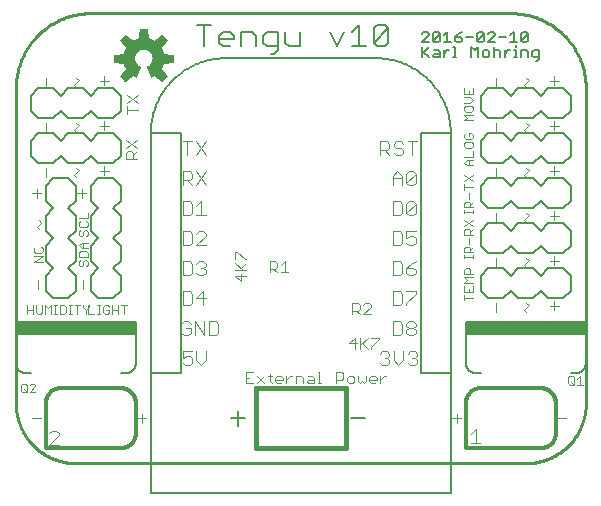
<source format=gto>
G75*
%MOIN*%
%OFA0B0*%
%FSLAX25Y25*%
%IPPOS*%
%LPD*%
%AMOC8*
5,1,8,0,0,1.08239X$1,22.5*
%
%ADD10C,0.01000*%
%ADD11C,0.00600*%
%ADD12C,0.00800*%
%ADD13C,0.01600*%
%ADD14C,0.01200*%
%ADD15C,0.00400*%
%ADD16C,0.00300*%
%ADD17C,0.00500*%
%ADD18R,0.40000X0.04000*%
D10*
X0021800Y0011250D02*
X0171800Y0011250D01*
X0172283Y0011256D01*
X0172766Y0011273D01*
X0173249Y0011303D01*
X0173730Y0011343D01*
X0174211Y0011396D01*
X0174690Y0011460D01*
X0175167Y0011535D01*
X0175643Y0011623D01*
X0176116Y0011721D01*
X0176586Y0011831D01*
X0177054Y0011952D01*
X0177519Y0012085D01*
X0177980Y0012229D01*
X0178438Y0012384D01*
X0178892Y0012550D01*
X0179342Y0012727D01*
X0179787Y0012914D01*
X0180228Y0013113D01*
X0180664Y0013321D01*
X0181094Y0013541D01*
X0181520Y0013771D01*
X0181939Y0014011D01*
X0182353Y0014261D01*
X0182760Y0014521D01*
X0183161Y0014790D01*
X0183556Y0015070D01*
X0183943Y0015358D01*
X0184324Y0015657D01*
X0184697Y0015964D01*
X0185062Y0016280D01*
X0185420Y0016605D01*
X0185770Y0016938D01*
X0186112Y0017280D01*
X0186445Y0017630D01*
X0186770Y0017988D01*
X0187086Y0018353D01*
X0187393Y0018726D01*
X0187692Y0019107D01*
X0187980Y0019494D01*
X0188260Y0019889D01*
X0188529Y0020290D01*
X0188789Y0020697D01*
X0189039Y0021111D01*
X0189279Y0021530D01*
X0189509Y0021956D01*
X0189729Y0022386D01*
X0189937Y0022822D01*
X0190136Y0023263D01*
X0190323Y0023708D01*
X0190500Y0024158D01*
X0190666Y0024612D01*
X0190821Y0025070D01*
X0190965Y0025531D01*
X0191098Y0025996D01*
X0191219Y0026464D01*
X0191329Y0026934D01*
X0191427Y0027407D01*
X0191515Y0027883D01*
X0191590Y0028360D01*
X0191654Y0028839D01*
X0191707Y0029320D01*
X0191747Y0029801D01*
X0191777Y0030284D01*
X0191794Y0030767D01*
X0191800Y0031250D01*
X0191800Y0136250D01*
X0191793Y0136854D01*
X0191771Y0137458D01*
X0191734Y0138061D01*
X0191683Y0138663D01*
X0191618Y0139263D01*
X0191538Y0139862D01*
X0191443Y0140459D01*
X0191334Y0141053D01*
X0191211Y0141645D01*
X0191074Y0142233D01*
X0190922Y0142818D01*
X0190756Y0143399D01*
X0190576Y0143975D01*
X0190383Y0144548D01*
X0190175Y0145115D01*
X0189954Y0145677D01*
X0189720Y0146234D01*
X0189472Y0146785D01*
X0189211Y0147330D01*
X0188936Y0147868D01*
X0188649Y0148400D01*
X0188349Y0148924D01*
X0188037Y0149441D01*
X0187712Y0149950D01*
X0187375Y0150452D01*
X0187025Y0150945D01*
X0186664Y0151429D01*
X0186292Y0151905D01*
X0185908Y0152371D01*
X0185513Y0152828D01*
X0185107Y0153275D01*
X0184690Y0153713D01*
X0184263Y0154140D01*
X0183825Y0154557D01*
X0183378Y0154963D01*
X0182921Y0155358D01*
X0182455Y0155742D01*
X0181979Y0156114D01*
X0181495Y0156475D01*
X0181002Y0156825D01*
X0180500Y0157162D01*
X0179991Y0157487D01*
X0179474Y0157799D01*
X0178950Y0158099D01*
X0178418Y0158386D01*
X0177880Y0158661D01*
X0177335Y0158922D01*
X0176784Y0159170D01*
X0176227Y0159404D01*
X0175665Y0159625D01*
X0175098Y0159833D01*
X0174525Y0160026D01*
X0173949Y0160206D01*
X0173368Y0160372D01*
X0172783Y0160524D01*
X0172195Y0160661D01*
X0171603Y0160784D01*
X0171009Y0160893D01*
X0170412Y0160988D01*
X0169813Y0161068D01*
X0169213Y0161133D01*
X0168611Y0161184D01*
X0168008Y0161221D01*
X0167404Y0161243D01*
X0166800Y0161250D01*
X0026800Y0161250D01*
X0026196Y0161243D01*
X0025592Y0161221D01*
X0024989Y0161184D01*
X0024387Y0161133D01*
X0023787Y0161068D01*
X0023188Y0160988D01*
X0022591Y0160893D01*
X0021997Y0160784D01*
X0021405Y0160661D01*
X0020817Y0160524D01*
X0020232Y0160372D01*
X0019651Y0160206D01*
X0019075Y0160026D01*
X0018502Y0159833D01*
X0017935Y0159625D01*
X0017373Y0159404D01*
X0016816Y0159170D01*
X0016265Y0158922D01*
X0015720Y0158661D01*
X0015182Y0158386D01*
X0014650Y0158099D01*
X0014126Y0157799D01*
X0013609Y0157487D01*
X0013100Y0157162D01*
X0012598Y0156825D01*
X0012105Y0156475D01*
X0011621Y0156114D01*
X0011145Y0155742D01*
X0010679Y0155358D01*
X0010222Y0154963D01*
X0009775Y0154557D01*
X0009337Y0154140D01*
X0008910Y0153713D01*
X0008493Y0153275D01*
X0008087Y0152828D01*
X0007692Y0152371D01*
X0007308Y0151905D01*
X0006936Y0151429D01*
X0006575Y0150945D01*
X0006225Y0150452D01*
X0005888Y0149950D01*
X0005563Y0149441D01*
X0005251Y0148924D01*
X0004951Y0148400D01*
X0004664Y0147868D01*
X0004389Y0147330D01*
X0004128Y0146785D01*
X0003880Y0146234D01*
X0003646Y0145677D01*
X0003425Y0145115D01*
X0003217Y0144548D01*
X0003024Y0143975D01*
X0002844Y0143399D01*
X0002678Y0142818D01*
X0002526Y0142233D01*
X0002389Y0141645D01*
X0002266Y0141053D01*
X0002157Y0140459D01*
X0002062Y0139862D01*
X0001982Y0139263D01*
X0001917Y0138663D01*
X0001866Y0138061D01*
X0001829Y0137458D01*
X0001807Y0136854D01*
X0001800Y0136250D01*
X0001800Y0031250D01*
X0001806Y0030767D01*
X0001823Y0030284D01*
X0001853Y0029801D01*
X0001893Y0029320D01*
X0001946Y0028839D01*
X0002010Y0028360D01*
X0002085Y0027883D01*
X0002173Y0027407D01*
X0002271Y0026934D01*
X0002381Y0026464D01*
X0002502Y0025996D01*
X0002635Y0025531D01*
X0002779Y0025070D01*
X0002934Y0024612D01*
X0003100Y0024158D01*
X0003277Y0023708D01*
X0003464Y0023263D01*
X0003663Y0022822D01*
X0003871Y0022386D01*
X0004091Y0021956D01*
X0004321Y0021530D01*
X0004561Y0021111D01*
X0004811Y0020697D01*
X0005071Y0020290D01*
X0005340Y0019889D01*
X0005620Y0019494D01*
X0005908Y0019107D01*
X0006207Y0018726D01*
X0006514Y0018353D01*
X0006830Y0017988D01*
X0007155Y0017630D01*
X0007488Y0017280D01*
X0007830Y0016938D01*
X0008180Y0016605D01*
X0008538Y0016280D01*
X0008903Y0015964D01*
X0009276Y0015657D01*
X0009657Y0015358D01*
X0010044Y0015070D01*
X0010439Y0014790D01*
X0010840Y0014521D01*
X0011247Y0014261D01*
X0011661Y0014011D01*
X0012080Y0013771D01*
X0012506Y0013541D01*
X0012936Y0013321D01*
X0013372Y0013113D01*
X0013813Y0012914D01*
X0014258Y0012727D01*
X0014708Y0012550D01*
X0015162Y0012384D01*
X0015620Y0012229D01*
X0016081Y0012085D01*
X0016546Y0011952D01*
X0017014Y0011831D01*
X0017484Y0011721D01*
X0017957Y0011623D01*
X0018433Y0011535D01*
X0018910Y0011460D01*
X0019389Y0011396D01*
X0019870Y0011343D01*
X0020351Y0011303D01*
X0020834Y0011273D01*
X0021317Y0011256D01*
X0021800Y0011250D01*
D11*
X0073417Y0026253D02*
X0078354Y0026253D01*
X0075886Y0028722D02*
X0075886Y0023784D01*
X0113417Y0026253D02*
X0118354Y0026253D01*
X0137100Y0146550D02*
X0137100Y0149953D01*
X0137100Y0151550D02*
X0139369Y0153819D01*
X0139369Y0154386D01*
X0138801Y0154953D01*
X0137667Y0154953D01*
X0137100Y0154386D01*
X0137100Y0151550D02*
X0139369Y0151550D01*
X0140783Y0152117D02*
X0143052Y0154386D01*
X0143052Y0152117D01*
X0142485Y0151550D01*
X0141350Y0151550D01*
X0140783Y0152117D01*
X0140783Y0154386D01*
X0141350Y0154953D01*
X0142485Y0154953D01*
X0143052Y0154386D01*
X0144466Y0153819D02*
X0145601Y0154953D01*
X0145601Y0151550D01*
X0146735Y0151550D02*
X0144466Y0151550D01*
X0144466Y0148819D02*
X0144466Y0146550D01*
X0144466Y0147684D02*
X0145601Y0148819D01*
X0146168Y0148819D01*
X0147536Y0149953D02*
X0148103Y0149953D01*
X0148103Y0146550D01*
X0147536Y0146550D02*
X0148670Y0146550D01*
X0148717Y0151550D02*
X0149851Y0151550D01*
X0150418Y0152117D01*
X0150418Y0152684D01*
X0149851Y0153251D01*
X0148149Y0153251D01*
X0148149Y0152117D01*
X0148717Y0151550D01*
X0148149Y0153251D02*
X0149284Y0154386D01*
X0150418Y0154953D01*
X0151833Y0153251D02*
X0154101Y0153251D01*
X0155516Y0152117D02*
X0156083Y0151550D01*
X0157217Y0151550D01*
X0157784Y0152117D01*
X0157784Y0154386D01*
X0155516Y0152117D01*
X0155516Y0154386D01*
X0156083Y0154953D01*
X0157217Y0154953D01*
X0157784Y0154386D01*
X0159199Y0154386D02*
X0159766Y0154953D01*
X0160900Y0154953D01*
X0161467Y0154386D01*
X0161467Y0153819D01*
X0159199Y0151550D01*
X0161467Y0151550D01*
X0161040Y0149953D02*
X0161040Y0146550D01*
X0159626Y0147117D02*
X0159626Y0148251D01*
X0159059Y0148819D01*
X0157924Y0148819D01*
X0157357Y0148251D01*
X0157357Y0147117D01*
X0157924Y0146550D01*
X0159059Y0146550D01*
X0159626Y0147117D01*
X0161040Y0148251D02*
X0161608Y0148819D01*
X0162742Y0148819D01*
X0163309Y0148251D01*
X0163309Y0146550D01*
X0164724Y0146550D02*
X0164724Y0148819D01*
X0165858Y0148819D02*
X0166425Y0148819D01*
X0165858Y0148819D02*
X0164724Y0147684D01*
X0167793Y0146550D02*
X0168927Y0146550D01*
X0168360Y0146550D02*
X0168360Y0148819D01*
X0167793Y0148819D01*
X0168360Y0149953D02*
X0168360Y0150520D01*
X0168834Y0151550D02*
X0166565Y0151550D01*
X0167699Y0151550D02*
X0167699Y0154953D01*
X0166565Y0153819D01*
X0165151Y0153251D02*
X0162882Y0153251D01*
X0170248Y0152117D02*
X0172517Y0154386D01*
X0172517Y0152117D01*
X0171950Y0151550D01*
X0170815Y0151550D01*
X0170248Y0152117D01*
X0170248Y0154386D01*
X0170815Y0154953D01*
X0171950Y0154953D01*
X0172517Y0154386D01*
X0171950Y0148819D02*
X0170248Y0148819D01*
X0170248Y0146550D01*
X0172517Y0146550D02*
X0172517Y0148251D01*
X0171950Y0148819D01*
X0173931Y0148251D02*
X0173931Y0147117D01*
X0174499Y0146550D01*
X0176200Y0146550D01*
X0176200Y0145983D02*
X0176200Y0148819D01*
X0174499Y0148819D01*
X0173931Y0148251D01*
X0175066Y0145416D02*
X0175633Y0145416D01*
X0176200Y0145983D01*
X0155943Y0146550D02*
X0155943Y0149953D01*
X0154808Y0148819D01*
X0153674Y0149953D01*
X0153674Y0146550D01*
X0143052Y0146550D02*
X0141350Y0146550D01*
X0140783Y0147117D01*
X0141350Y0147684D01*
X0143052Y0147684D01*
X0143052Y0148251D02*
X0143052Y0146550D01*
X0143052Y0148251D02*
X0142485Y0148819D01*
X0141350Y0148819D01*
X0139369Y0149953D02*
X0137100Y0147684D01*
X0137667Y0148251D02*
X0139369Y0146550D01*
D12*
X0125934Y0151351D02*
X0124733Y0150150D01*
X0122331Y0150150D01*
X0121130Y0151351D01*
X0125934Y0156155D01*
X0125934Y0151351D01*
X0121130Y0151351D02*
X0121130Y0156155D01*
X0122331Y0157356D01*
X0124733Y0157356D01*
X0125934Y0156155D01*
X0118568Y0150150D02*
X0113764Y0150150D01*
X0116166Y0150150D02*
X0116166Y0157356D01*
X0113764Y0154954D01*
X0111202Y0154954D02*
X0108800Y0150150D01*
X0106398Y0154954D01*
X0096469Y0154954D02*
X0096469Y0150150D01*
X0092866Y0150150D01*
X0091665Y0151351D01*
X0091665Y0154954D01*
X0089103Y0154954D02*
X0085500Y0154954D01*
X0084299Y0153753D01*
X0084299Y0151351D01*
X0085500Y0150150D01*
X0089103Y0150150D01*
X0089103Y0148949D02*
X0089103Y0154954D01*
X0081737Y0153753D02*
X0081737Y0150150D01*
X0081737Y0153753D02*
X0080536Y0154954D01*
X0076933Y0154954D01*
X0076933Y0150150D01*
X0074370Y0152552D02*
X0069566Y0152552D01*
X0069566Y0151351D02*
X0069566Y0153753D01*
X0070767Y0154954D01*
X0073169Y0154954D01*
X0074370Y0153753D01*
X0074370Y0152552D01*
X0073169Y0150150D02*
X0070767Y0150150D01*
X0069566Y0151351D01*
X0064602Y0150150D02*
X0064602Y0157356D01*
X0062200Y0157356D02*
X0067004Y0157356D01*
X0086701Y0147748D02*
X0087902Y0147748D01*
X0089103Y0148949D01*
X0036800Y0133750D02*
X0036800Y0128750D01*
X0034300Y0126250D01*
X0029300Y0126250D01*
X0026800Y0128750D01*
X0024300Y0126250D01*
X0019300Y0126250D01*
X0016800Y0128750D01*
X0014300Y0126250D01*
X0009300Y0126250D01*
X0006800Y0128750D01*
X0006800Y0133750D01*
X0009300Y0136250D01*
X0014300Y0136250D01*
X0016800Y0133750D01*
X0019300Y0136250D01*
X0024300Y0136250D01*
X0026800Y0133750D01*
X0029300Y0136250D01*
X0034300Y0136250D01*
X0036800Y0133750D01*
X0034300Y0121250D02*
X0029300Y0121250D01*
X0026800Y0118750D01*
X0024300Y0121250D01*
X0019300Y0121250D01*
X0016800Y0118750D01*
X0014300Y0121250D01*
X0009300Y0121250D01*
X0006800Y0118750D01*
X0006800Y0113750D01*
X0009300Y0111250D01*
X0014300Y0111250D01*
X0016800Y0113750D01*
X0019300Y0111250D01*
X0024300Y0111250D01*
X0026800Y0113750D01*
X0029300Y0111250D01*
X0034300Y0111250D01*
X0036800Y0113750D01*
X0036800Y0118750D01*
X0034300Y0121250D01*
X0034300Y0106250D02*
X0029300Y0106250D01*
X0026800Y0103750D01*
X0026800Y0098750D01*
X0029300Y0096250D01*
X0026800Y0093750D01*
X0026800Y0088750D01*
X0029300Y0086250D01*
X0026800Y0083750D01*
X0026800Y0078750D01*
X0029300Y0076250D01*
X0026800Y0073750D01*
X0026800Y0068750D01*
X0029300Y0066250D01*
X0034300Y0066250D01*
X0036800Y0068750D01*
X0036800Y0073750D01*
X0034300Y0076250D01*
X0036800Y0078750D01*
X0036800Y0083750D01*
X0034300Y0086250D01*
X0036800Y0088750D01*
X0036800Y0093750D01*
X0034300Y0096250D01*
X0036800Y0098750D01*
X0036800Y0103750D01*
X0034300Y0106250D01*
X0021800Y0103750D02*
X0021800Y0098750D01*
X0019300Y0096250D01*
X0021800Y0093750D01*
X0021800Y0088750D01*
X0019300Y0086250D01*
X0021800Y0083750D01*
X0021800Y0078750D01*
X0019300Y0076250D01*
X0021800Y0073750D01*
X0021800Y0068750D01*
X0019300Y0066250D01*
X0014300Y0066250D01*
X0011800Y0068750D01*
X0011800Y0073750D01*
X0014300Y0076250D01*
X0011800Y0078750D01*
X0011800Y0083750D01*
X0014300Y0086250D01*
X0011800Y0088750D01*
X0011800Y0093750D01*
X0014300Y0096250D01*
X0011800Y0098750D01*
X0011800Y0103750D01*
X0014300Y0106250D01*
X0019300Y0106250D01*
X0021800Y0103750D01*
X0001800Y0058250D02*
X0041800Y0058250D01*
X0041800Y0054250D01*
X0001800Y0054250D01*
X0001800Y0058250D01*
X0001800Y0054250D02*
X0001800Y0044750D01*
X0001799Y0044635D01*
X0001802Y0044520D01*
X0001809Y0044405D01*
X0001820Y0044290D01*
X0001835Y0044176D01*
X0001853Y0044062D01*
X0001875Y0043949D01*
X0001901Y0043836D01*
X0001931Y0043725D01*
X0001965Y0043615D01*
X0002002Y0043505D01*
X0002043Y0043398D01*
X0002088Y0043291D01*
X0002136Y0043187D01*
X0002188Y0043083D01*
X0002243Y0042982D01*
X0002302Y0042883D01*
X0002363Y0042785D01*
X0002429Y0042690D01*
X0002497Y0042597D01*
X0002568Y0042507D01*
X0002643Y0042419D01*
X0002720Y0042333D01*
X0002800Y0042250D01*
X0002883Y0042170D01*
X0002969Y0042093D01*
X0003057Y0042018D01*
X0003147Y0041947D01*
X0003240Y0041879D01*
X0003335Y0041813D01*
X0003433Y0041752D01*
X0003532Y0041693D01*
X0003633Y0041638D01*
X0003737Y0041586D01*
X0003841Y0041538D01*
X0003948Y0041493D01*
X0004055Y0041452D01*
X0004165Y0041415D01*
X0004275Y0041381D01*
X0004386Y0041351D01*
X0004499Y0041325D01*
X0004612Y0041303D01*
X0004726Y0041285D01*
X0004840Y0041270D01*
X0004955Y0041259D01*
X0005070Y0041252D01*
X0005185Y0041249D01*
X0005300Y0041250D01*
X0006800Y0041250D01*
X0036800Y0041250D02*
X0038300Y0041250D01*
X0038415Y0041249D01*
X0038530Y0041252D01*
X0038645Y0041259D01*
X0038760Y0041270D01*
X0038874Y0041285D01*
X0038988Y0041303D01*
X0039101Y0041325D01*
X0039214Y0041351D01*
X0039325Y0041381D01*
X0039435Y0041415D01*
X0039545Y0041452D01*
X0039652Y0041493D01*
X0039759Y0041538D01*
X0039863Y0041586D01*
X0039967Y0041638D01*
X0040068Y0041693D01*
X0040167Y0041752D01*
X0040265Y0041813D01*
X0040360Y0041879D01*
X0040453Y0041947D01*
X0040543Y0042018D01*
X0040631Y0042093D01*
X0040717Y0042170D01*
X0040800Y0042250D01*
X0040880Y0042333D01*
X0040957Y0042419D01*
X0041032Y0042507D01*
X0041103Y0042597D01*
X0041171Y0042690D01*
X0041237Y0042785D01*
X0041298Y0042883D01*
X0041357Y0042982D01*
X0041412Y0043083D01*
X0041464Y0043187D01*
X0041512Y0043291D01*
X0041557Y0043398D01*
X0041598Y0043505D01*
X0041635Y0043615D01*
X0041669Y0043725D01*
X0041699Y0043836D01*
X0041725Y0043949D01*
X0041747Y0044062D01*
X0041765Y0044176D01*
X0041780Y0044290D01*
X0041791Y0044405D01*
X0041798Y0044520D01*
X0041801Y0044635D01*
X0041800Y0044750D01*
X0041800Y0054250D01*
X0151800Y0054250D02*
X0151800Y0044750D01*
X0151799Y0044635D01*
X0151802Y0044520D01*
X0151809Y0044405D01*
X0151820Y0044290D01*
X0151835Y0044176D01*
X0151853Y0044062D01*
X0151875Y0043949D01*
X0151901Y0043836D01*
X0151931Y0043725D01*
X0151965Y0043615D01*
X0152002Y0043505D01*
X0152043Y0043398D01*
X0152088Y0043291D01*
X0152136Y0043187D01*
X0152188Y0043083D01*
X0152243Y0042982D01*
X0152302Y0042883D01*
X0152363Y0042785D01*
X0152429Y0042690D01*
X0152497Y0042597D01*
X0152568Y0042507D01*
X0152643Y0042419D01*
X0152720Y0042333D01*
X0152800Y0042250D01*
X0152883Y0042170D01*
X0152969Y0042093D01*
X0153057Y0042018D01*
X0153147Y0041947D01*
X0153240Y0041879D01*
X0153335Y0041813D01*
X0153433Y0041752D01*
X0153532Y0041693D01*
X0153633Y0041638D01*
X0153737Y0041586D01*
X0153841Y0041538D01*
X0153948Y0041493D01*
X0154055Y0041452D01*
X0154165Y0041415D01*
X0154275Y0041381D01*
X0154386Y0041351D01*
X0154499Y0041325D01*
X0154612Y0041303D01*
X0154726Y0041285D01*
X0154840Y0041270D01*
X0154955Y0041259D01*
X0155070Y0041252D01*
X0155185Y0041249D01*
X0155300Y0041250D01*
X0156800Y0041250D01*
X0151800Y0054250D02*
X0151800Y0058250D01*
X0191800Y0058250D01*
X0191800Y0054250D01*
X0151800Y0054250D01*
X0159300Y0066250D02*
X0164300Y0066250D01*
X0166800Y0068750D01*
X0169300Y0066250D01*
X0174300Y0066250D01*
X0176800Y0068750D01*
X0179300Y0066250D01*
X0184300Y0066250D01*
X0186800Y0068750D01*
X0186800Y0073750D01*
X0184300Y0076250D01*
X0179300Y0076250D01*
X0176800Y0073750D01*
X0174300Y0076250D01*
X0169300Y0076250D01*
X0166800Y0073750D01*
X0164300Y0076250D01*
X0159300Y0076250D01*
X0156800Y0073750D01*
X0156800Y0068750D01*
X0159300Y0066250D01*
X0159300Y0081250D02*
X0164300Y0081250D01*
X0166800Y0083750D01*
X0169300Y0081250D01*
X0174300Y0081250D01*
X0176800Y0083750D01*
X0179300Y0081250D01*
X0184300Y0081250D01*
X0186800Y0083750D01*
X0186800Y0088750D01*
X0184300Y0091250D01*
X0179300Y0091250D01*
X0176800Y0088750D01*
X0174300Y0091250D01*
X0169300Y0091250D01*
X0166800Y0088750D01*
X0164300Y0091250D01*
X0159300Y0091250D01*
X0156800Y0088750D01*
X0156800Y0083750D01*
X0159300Y0081250D01*
X0159300Y0096250D02*
X0164300Y0096250D01*
X0166800Y0098750D01*
X0169300Y0096250D01*
X0174300Y0096250D01*
X0176800Y0098750D01*
X0179300Y0096250D01*
X0184300Y0096250D01*
X0186800Y0098750D01*
X0186800Y0103750D01*
X0184300Y0106250D01*
X0179300Y0106250D01*
X0176800Y0103750D01*
X0174300Y0106250D01*
X0169300Y0106250D01*
X0166800Y0103750D01*
X0164300Y0106250D01*
X0159300Y0106250D01*
X0156800Y0103750D01*
X0156800Y0098750D01*
X0159300Y0096250D01*
X0159300Y0111250D02*
X0164300Y0111250D01*
X0166800Y0113750D01*
X0169300Y0111250D01*
X0174300Y0111250D01*
X0176800Y0113750D01*
X0179300Y0111250D01*
X0184300Y0111250D01*
X0186800Y0113750D01*
X0186800Y0118750D01*
X0184300Y0121250D01*
X0179300Y0121250D01*
X0176800Y0118750D01*
X0174300Y0121250D01*
X0169300Y0121250D01*
X0166800Y0118750D01*
X0164300Y0121250D01*
X0159300Y0121250D01*
X0156800Y0118750D01*
X0156800Y0113750D01*
X0159300Y0111250D01*
X0159300Y0126250D02*
X0164300Y0126250D01*
X0166800Y0128750D01*
X0169300Y0126250D01*
X0174300Y0126250D01*
X0176800Y0128750D01*
X0179300Y0126250D01*
X0184300Y0126250D01*
X0186800Y0128750D01*
X0186800Y0133750D01*
X0184300Y0136250D01*
X0179300Y0136250D01*
X0176800Y0133750D01*
X0174300Y0136250D01*
X0169300Y0136250D01*
X0166800Y0133750D01*
X0164300Y0136250D01*
X0159300Y0136250D01*
X0156800Y0133750D01*
X0156800Y0128750D01*
X0159300Y0126250D01*
X0191800Y0054250D02*
X0191800Y0044750D01*
X0191801Y0044635D01*
X0191798Y0044520D01*
X0191791Y0044405D01*
X0191780Y0044290D01*
X0191765Y0044176D01*
X0191747Y0044062D01*
X0191725Y0043949D01*
X0191699Y0043836D01*
X0191669Y0043725D01*
X0191635Y0043615D01*
X0191598Y0043505D01*
X0191557Y0043398D01*
X0191512Y0043291D01*
X0191464Y0043187D01*
X0191412Y0043083D01*
X0191357Y0042982D01*
X0191298Y0042883D01*
X0191237Y0042785D01*
X0191171Y0042690D01*
X0191103Y0042597D01*
X0191032Y0042507D01*
X0190957Y0042419D01*
X0190880Y0042333D01*
X0190800Y0042250D01*
X0190717Y0042170D01*
X0190631Y0042093D01*
X0190543Y0042018D01*
X0190453Y0041947D01*
X0190360Y0041879D01*
X0190265Y0041813D01*
X0190167Y0041752D01*
X0190068Y0041693D01*
X0189967Y0041638D01*
X0189863Y0041586D01*
X0189759Y0041538D01*
X0189652Y0041493D01*
X0189545Y0041452D01*
X0189435Y0041415D01*
X0189325Y0041381D01*
X0189214Y0041351D01*
X0189101Y0041325D01*
X0188988Y0041303D01*
X0188874Y0041285D01*
X0188760Y0041270D01*
X0188645Y0041259D01*
X0188530Y0041252D01*
X0188415Y0041249D01*
X0188300Y0041250D01*
X0186800Y0041250D01*
D13*
X0111800Y0036250D02*
X0111800Y0016250D01*
X0081800Y0016250D01*
X0081800Y0036250D01*
X0111800Y0036250D01*
D14*
X0011800Y0031250D02*
X0011800Y0016250D01*
X0036800Y0016250D01*
X0036940Y0016252D01*
X0037080Y0016258D01*
X0037220Y0016268D01*
X0037360Y0016281D01*
X0037499Y0016299D01*
X0037638Y0016321D01*
X0037775Y0016346D01*
X0037913Y0016375D01*
X0038049Y0016408D01*
X0038184Y0016445D01*
X0038318Y0016486D01*
X0038451Y0016531D01*
X0038583Y0016579D01*
X0038713Y0016631D01*
X0038842Y0016686D01*
X0038969Y0016745D01*
X0039095Y0016808D01*
X0039219Y0016874D01*
X0039340Y0016943D01*
X0039460Y0017016D01*
X0039578Y0017093D01*
X0039693Y0017172D01*
X0039807Y0017255D01*
X0039917Y0017341D01*
X0040026Y0017430D01*
X0040132Y0017522D01*
X0040235Y0017617D01*
X0040336Y0017714D01*
X0040433Y0017815D01*
X0040528Y0017918D01*
X0040620Y0018024D01*
X0040709Y0018133D01*
X0040795Y0018243D01*
X0040878Y0018357D01*
X0040957Y0018472D01*
X0041034Y0018590D01*
X0041107Y0018710D01*
X0041176Y0018831D01*
X0041242Y0018955D01*
X0041305Y0019081D01*
X0041364Y0019208D01*
X0041419Y0019337D01*
X0041471Y0019467D01*
X0041519Y0019599D01*
X0041564Y0019732D01*
X0041605Y0019866D01*
X0041642Y0020001D01*
X0041675Y0020137D01*
X0041704Y0020275D01*
X0041729Y0020412D01*
X0041751Y0020551D01*
X0041769Y0020690D01*
X0041782Y0020830D01*
X0041792Y0020970D01*
X0041798Y0021110D01*
X0041800Y0021250D01*
X0041800Y0031250D01*
X0041798Y0031390D01*
X0041792Y0031530D01*
X0041782Y0031670D01*
X0041769Y0031810D01*
X0041751Y0031949D01*
X0041729Y0032088D01*
X0041704Y0032225D01*
X0041675Y0032363D01*
X0041642Y0032499D01*
X0041605Y0032634D01*
X0041564Y0032768D01*
X0041519Y0032901D01*
X0041471Y0033033D01*
X0041419Y0033163D01*
X0041364Y0033292D01*
X0041305Y0033419D01*
X0041242Y0033545D01*
X0041176Y0033669D01*
X0041107Y0033790D01*
X0041034Y0033910D01*
X0040957Y0034028D01*
X0040878Y0034143D01*
X0040795Y0034257D01*
X0040709Y0034367D01*
X0040620Y0034476D01*
X0040528Y0034582D01*
X0040433Y0034685D01*
X0040336Y0034786D01*
X0040235Y0034883D01*
X0040132Y0034978D01*
X0040026Y0035070D01*
X0039917Y0035159D01*
X0039807Y0035245D01*
X0039693Y0035328D01*
X0039578Y0035407D01*
X0039460Y0035484D01*
X0039340Y0035557D01*
X0039219Y0035626D01*
X0039095Y0035692D01*
X0038969Y0035755D01*
X0038842Y0035814D01*
X0038713Y0035869D01*
X0038583Y0035921D01*
X0038451Y0035969D01*
X0038318Y0036014D01*
X0038184Y0036055D01*
X0038049Y0036092D01*
X0037913Y0036125D01*
X0037775Y0036154D01*
X0037638Y0036179D01*
X0037499Y0036201D01*
X0037360Y0036219D01*
X0037220Y0036232D01*
X0037080Y0036242D01*
X0036940Y0036248D01*
X0036800Y0036250D01*
X0016800Y0036250D01*
X0016660Y0036248D01*
X0016520Y0036242D01*
X0016380Y0036232D01*
X0016240Y0036219D01*
X0016101Y0036201D01*
X0015962Y0036179D01*
X0015825Y0036154D01*
X0015687Y0036125D01*
X0015551Y0036092D01*
X0015416Y0036055D01*
X0015282Y0036014D01*
X0015149Y0035969D01*
X0015017Y0035921D01*
X0014887Y0035869D01*
X0014758Y0035814D01*
X0014631Y0035755D01*
X0014505Y0035692D01*
X0014381Y0035626D01*
X0014260Y0035557D01*
X0014140Y0035484D01*
X0014022Y0035407D01*
X0013907Y0035328D01*
X0013793Y0035245D01*
X0013683Y0035159D01*
X0013574Y0035070D01*
X0013468Y0034978D01*
X0013365Y0034883D01*
X0013264Y0034786D01*
X0013167Y0034685D01*
X0013072Y0034582D01*
X0012980Y0034476D01*
X0012891Y0034367D01*
X0012805Y0034257D01*
X0012722Y0034143D01*
X0012643Y0034028D01*
X0012566Y0033910D01*
X0012493Y0033790D01*
X0012424Y0033669D01*
X0012358Y0033545D01*
X0012295Y0033419D01*
X0012236Y0033292D01*
X0012181Y0033163D01*
X0012129Y0033033D01*
X0012081Y0032901D01*
X0012036Y0032768D01*
X0011995Y0032634D01*
X0011958Y0032499D01*
X0011925Y0032363D01*
X0011896Y0032225D01*
X0011871Y0032088D01*
X0011849Y0031949D01*
X0011831Y0031810D01*
X0011818Y0031670D01*
X0011808Y0031530D01*
X0011802Y0031390D01*
X0011800Y0031250D01*
X0151800Y0031250D02*
X0151800Y0016250D01*
X0176800Y0016250D01*
X0176940Y0016252D01*
X0177080Y0016258D01*
X0177220Y0016268D01*
X0177360Y0016281D01*
X0177499Y0016299D01*
X0177638Y0016321D01*
X0177775Y0016346D01*
X0177913Y0016375D01*
X0178049Y0016408D01*
X0178184Y0016445D01*
X0178318Y0016486D01*
X0178451Y0016531D01*
X0178583Y0016579D01*
X0178713Y0016631D01*
X0178842Y0016686D01*
X0178969Y0016745D01*
X0179095Y0016808D01*
X0179219Y0016874D01*
X0179340Y0016943D01*
X0179460Y0017016D01*
X0179578Y0017093D01*
X0179693Y0017172D01*
X0179807Y0017255D01*
X0179917Y0017341D01*
X0180026Y0017430D01*
X0180132Y0017522D01*
X0180235Y0017617D01*
X0180336Y0017714D01*
X0180433Y0017815D01*
X0180528Y0017918D01*
X0180620Y0018024D01*
X0180709Y0018133D01*
X0180795Y0018243D01*
X0180878Y0018357D01*
X0180957Y0018472D01*
X0181034Y0018590D01*
X0181107Y0018710D01*
X0181176Y0018831D01*
X0181242Y0018955D01*
X0181305Y0019081D01*
X0181364Y0019208D01*
X0181419Y0019337D01*
X0181471Y0019467D01*
X0181519Y0019599D01*
X0181564Y0019732D01*
X0181605Y0019866D01*
X0181642Y0020001D01*
X0181675Y0020137D01*
X0181704Y0020275D01*
X0181729Y0020412D01*
X0181751Y0020551D01*
X0181769Y0020690D01*
X0181782Y0020830D01*
X0181792Y0020970D01*
X0181798Y0021110D01*
X0181800Y0021250D01*
X0181800Y0031250D01*
X0181798Y0031390D01*
X0181792Y0031530D01*
X0181782Y0031670D01*
X0181769Y0031810D01*
X0181751Y0031949D01*
X0181729Y0032088D01*
X0181704Y0032225D01*
X0181675Y0032363D01*
X0181642Y0032499D01*
X0181605Y0032634D01*
X0181564Y0032768D01*
X0181519Y0032901D01*
X0181471Y0033033D01*
X0181419Y0033163D01*
X0181364Y0033292D01*
X0181305Y0033419D01*
X0181242Y0033545D01*
X0181176Y0033669D01*
X0181107Y0033790D01*
X0181034Y0033910D01*
X0180957Y0034028D01*
X0180878Y0034143D01*
X0180795Y0034257D01*
X0180709Y0034367D01*
X0180620Y0034476D01*
X0180528Y0034582D01*
X0180433Y0034685D01*
X0180336Y0034786D01*
X0180235Y0034883D01*
X0180132Y0034978D01*
X0180026Y0035070D01*
X0179917Y0035159D01*
X0179807Y0035245D01*
X0179693Y0035328D01*
X0179578Y0035407D01*
X0179460Y0035484D01*
X0179340Y0035557D01*
X0179219Y0035626D01*
X0179095Y0035692D01*
X0178969Y0035755D01*
X0178842Y0035814D01*
X0178713Y0035869D01*
X0178583Y0035921D01*
X0178451Y0035969D01*
X0178318Y0036014D01*
X0178184Y0036055D01*
X0178049Y0036092D01*
X0177913Y0036125D01*
X0177775Y0036154D01*
X0177638Y0036179D01*
X0177499Y0036201D01*
X0177360Y0036219D01*
X0177220Y0036232D01*
X0177080Y0036242D01*
X0176940Y0036248D01*
X0176800Y0036250D01*
X0156800Y0036250D01*
X0156660Y0036248D01*
X0156520Y0036242D01*
X0156380Y0036232D01*
X0156240Y0036219D01*
X0156101Y0036201D01*
X0155962Y0036179D01*
X0155825Y0036154D01*
X0155687Y0036125D01*
X0155551Y0036092D01*
X0155416Y0036055D01*
X0155282Y0036014D01*
X0155149Y0035969D01*
X0155017Y0035921D01*
X0154887Y0035869D01*
X0154758Y0035814D01*
X0154631Y0035755D01*
X0154505Y0035692D01*
X0154381Y0035626D01*
X0154260Y0035557D01*
X0154140Y0035484D01*
X0154022Y0035407D01*
X0153907Y0035328D01*
X0153793Y0035245D01*
X0153683Y0035159D01*
X0153574Y0035070D01*
X0153468Y0034978D01*
X0153365Y0034883D01*
X0153264Y0034786D01*
X0153167Y0034685D01*
X0153072Y0034582D01*
X0152980Y0034476D01*
X0152891Y0034367D01*
X0152805Y0034257D01*
X0152722Y0034143D01*
X0152643Y0034028D01*
X0152566Y0033910D01*
X0152493Y0033790D01*
X0152424Y0033669D01*
X0152358Y0033545D01*
X0152295Y0033419D01*
X0152236Y0033292D01*
X0152181Y0033163D01*
X0152129Y0033033D01*
X0152081Y0032901D01*
X0152036Y0032768D01*
X0151995Y0032634D01*
X0151958Y0032499D01*
X0151925Y0032363D01*
X0151896Y0032225D01*
X0151871Y0032088D01*
X0151849Y0031949D01*
X0151831Y0031810D01*
X0151818Y0031670D01*
X0151808Y0031530D01*
X0151802Y0031390D01*
X0151800Y0031250D01*
D15*
X0148733Y0027787D02*
X0148733Y0024717D01*
X0147198Y0026252D02*
X0150267Y0026252D01*
X0155035Y0022554D02*
X0155035Y0017950D01*
X0156569Y0017950D02*
X0153500Y0017950D01*
X0153500Y0021019D02*
X0155035Y0022554D01*
X0134698Y0043950D02*
X0133163Y0043950D01*
X0132396Y0044717D01*
X0130861Y0045485D02*
X0130861Y0048554D01*
X0132396Y0047787D02*
X0133163Y0048554D01*
X0134698Y0048554D01*
X0135465Y0047787D01*
X0135465Y0047019D01*
X0134698Y0046252D01*
X0135465Y0045485D01*
X0135465Y0044717D01*
X0134698Y0043950D01*
X0134698Y0046252D02*
X0133931Y0046252D01*
X0130861Y0045485D02*
X0129327Y0043950D01*
X0127792Y0045485D01*
X0127792Y0048554D01*
X0126257Y0047787D02*
X0126257Y0047019D01*
X0125490Y0046252D01*
X0126257Y0045485D01*
X0126257Y0044717D01*
X0125490Y0043950D01*
X0123956Y0043950D01*
X0123188Y0044717D01*
X0124723Y0046252D02*
X0125490Y0046252D01*
X0126257Y0047787D02*
X0125490Y0048554D01*
X0123956Y0048554D01*
X0123188Y0047787D01*
X0127396Y0053950D02*
X0129698Y0053950D01*
X0130465Y0054717D01*
X0130465Y0057787D01*
X0129698Y0058554D01*
X0127396Y0058554D01*
X0127396Y0053950D01*
X0132000Y0054717D02*
X0132000Y0055485D01*
X0132767Y0056252D01*
X0134302Y0056252D01*
X0135069Y0055485D01*
X0135069Y0054717D01*
X0134302Y0053950D01*
X0132767Y0053950D01*
X0132000Y0054717D01*
X0132767Y0056252D02*
X0132000Y0057019D01*
X0132000Y0057787D01*
X0132767Y0058554D01*
X0134302Y0058554D01*
X0135069Y0057787D01*
X0135069Y0057019D01*
X0134302Y0056252D01*
X0132000Y0063950D02*
X0132000Y0064717D01*
X0135069Y0067787D01*
X0135069Y0068554D01*
X0132000Y0068554D01*
X0130465Y0067787D02*
X0129698Y0068554D01*
X0127396Y0068554D01*
X0127396Y0063950D01*
X0129698Y0063950D01*
X0130465Y0064717D01*
X0130465Y0067787D01*
X0129698Y0073950D02*
X0127396Y0073950D01*
X0127396Y0078554D01*
X0129698Y0078554D01*
X0130465Y0077787D01*
X0130465Y0074717D01*
X0129698Y0073950D01*
X0132000Y0074717D02*
X0132767Y0073950D01*
X0134302Y0073950D01*
X0135069Y0074717D01*
X0135069Y0075485D01*
X0134302Y0076252D01*
X0132000Y0076252D01*
X0132000Y0074717D01*
X0132000Y0076252D02*
X0133535Y0077787D01*
X0135069Y0078554D01*
X0134302Y0083950D02*
X0132767Y0083950D01*
X0132000Y0084717D01*
X0130465Y0084717D02*
X0130465Y0087787D01*
X0129698Y0088554D01*
X0127396Y0088554D01*
X0127396Y0083950D01*
X0129698Y0083950D01*
X0130465Y0084717D01*
X0132000Y0086252D02*
X0133535Y0087019D01*
X0134302Y0087019D01*
X0135069Y0086252D01*
X0135069Y0084717D01*
X0134302Y0083950D01*
X0132000Y0086252D02*
X0132000Y0088554D01*
X0135069Y0088554D01*
X0134302Y0093950D02*
X0132767Y0093950D01*
X0132000Y0094717D01*
X0135069Y0097787D01*
X0135069Y0094717D01*
X0134302Y0093950D01*
X0132000Y0094717D02*
X0132000Y0097787D01*
X0132767Y0098554D01*
X0134302Y0098554D01*
X0135069Y0097787D01*
X0130465Y0097787D02*
X0130465Y0094717D01*
X0129698Y0093950D01*
X0127396Y0093950D01*
X0127396Y0098554D01*
X0129698Y0098554D01*
X0130465Y0097787D01*
X0130465Y0103950D02*
X0130465Y0107019D01*
X0128931Y0108554D01*
X0127396Y0107019D01*
X0127396Y0103950D01*
X0127396Y0106252D02*
X0130465Y0106252D01*
X0132000Y0104717D02*
X0132000Y0107787D01*
X0132767Y0108554D01*
X0134302Y0108554D01*
X0135069Y0107787D01*
X0132000Y0104717D01*
X0132767Y0103950D01*
X0134302Y0103950D01*
X0135069Y0104717D01*
X0135069Y0107787D01*
X0133931Y0113950D02*
X0133931Y0118554D01*
X0135465Y0118554D02*
X0132396Y0118554D01*
X0130861Y0117787D02*
X0130094Y0118554D01*
X0128559Y0118554D01*
X0127792Y0117787D01*
X0127792Y0117019D01*
X0128559Y0116252D01*
X0130094Y0116252D01*
X0130861Y0115485D01*
X0130861Y0114717D01*
X0130094Y0113950D01*
X0128559Y0113950D01*
X0127792Y0114717D01*
X0126257Y0113950D02*
X0124723Y0115485D01*
X0125490Y0115485D02*
X0123188Y0115485D01*
X0123188Y0113950D02*
X0123188Y0118554D01*
X0125490Y0118554D01*
X0126257Y0117787D01*
X0126257Y0116252D01*
X0125490Y0115485D01*
X0161798Y0109717D02*
X0161798Y0106648D01*
X0171229Y0107415D02*
X0172763Y0108950D01*
X0171996Y0109717D01*
X0171229Y0107415D02*
X0171996Y0106648D01*
X0179698Y0108752D02*
X0182767Y0108752D01*
X0181233Y0110287D02*
X0181233Y0107217D01*
X0181233Y0095287D02*
X0181233Y0092217D01*
X0179698Y0093752D02*
X0182767Y0093752D01*
X0172763Y0093950D02*
X0171996Y0094717D01*
X0172763Y0093950D02*
X0171229Y0092415D01*
X0171996Y0091648D01*
X0161798Y0091648D02*
X0161798Y0094717D01*
X0161798Y0079717D02*
X0161798Y0076648D01*
X0171229Y0077415D02*
X0172763Y0078950D01*
X0171996Y0079717D01*
X0171229Y0077415D02*
X0171996Y0076648D01*
X0179698Y0078752D02*
X0182767Y0078752D01*
X0181233Y0080287D02*
X0181233Y0077217D01*
X0181233Y0065287D02*
X0181233Y0062217D01*
X0179698Y0063752D02*
X0182767Y0063752D01*
X0172763Y0063950D02*
X0171996Y0064717D01*
X0172763Y0063950D02*
X0171229Y0062415D01*
X0171996Y0061648D01*
X0161798Y0061648D02*
X0161798Y0064717D01*
X0182198Y0026252D02*
X0185267Y0026252D01*
X0181233Y0122217D02*
X0181233Y0125287D01*
X0179698Y0123752D02*
X0182767Y0123752D01*
X0172763Y0123950D02*
X0171996Y0124717D01*
X0172763Y0123950D02*
X0171229Y0122415D01*
X0171996Y0121648D01*
X0161798Y0121648D02*
X0161798Y0124717D01*
X0161798Y0136648D02*
X0161798Y0139717D01*
X0171229Y0137415D02*
X0171996Y0136648D01*
X0171229Y0137415D02*
X0172763Y0138950D01*
X0171996Y0139717D01*
X0179698Y0138752D02*
X0182767Y0138752D01*
X0181233Y0140287D02*
X0181233Y0137217D01*
X0069277Y0057787D02*
X0069277Y0054717D01*
X0068510Y0053950D01*
X0066208Y0053950D01*
X0066208Y0058554D01*
X0068510Y0058554D01*
X0069277Y0057787D01*
X0064673Y0058554D02*
X0064673Y0053950D01*
X0061604Y0058554D01*
X0061604Y0053950D01*
X0060069Y0054717D02*
X0060069Y0056252D01*
X0058535Y0056252D01*
X0060069Y0057787D02*
X0059302Y0058554D01*
X0057767Y0058554D01*
X0057000Y0057787D01*
X0057000Y0054717D01*
X0057767Y0053950D01*
X0059302Y0053950D01*
X0060069Y0054717D01*
X0060465Y0048554D02*
X0057396Y0048554D01*
X0057396Y0046252D01*
X0058931Y0047019D01*
X0059698Y0047019D01*
X0060465Y0046252D01*
X0060465Y0044717D01*
X0059698Y0043950D01*
X0058163Y0043950D01*
X0057396Y0044717D01*
X0062000Y0045485D02*
X0062000Y0048554D01*
X0065069Y0048554D02*
X0065069Y0045485D01*
X0063535Y0043950D01*
X0062000Y0045485D01*
X0043733Y0027787D02*
X0043733Y0024717D01*
X0042198Y0026252D02*
X0045267Y0026252D01*
X0016069Y0021287D02*
X0016069Y0020519D01*
X0013000Y0017450D01*
X0016069Y0017450D01*
X0016069Y0021287D02*
X0015302Y0022054D01*
X0013767Y0022054D01*
X0013000Y0021287D01*
X0010267Y0026252D02*
X0007198Y0026252D01*
X0009298Y0069148D02*
X0009298Y0072217D01*
X0024298Y0072217D02*
X0024298Y0069148D01*
X0009496Y0089148D02*
X0008729Y0089915D01*
X0010263Y0091450D01*
X0009496Y0092217D01*
X0008733Y0099717D02*
X0008733Y0102787D01*
X0007198Y0101252D02*
X0010267Y0101252D01*
X0011798Y0106648D02*
X0011798Y0109717D01*
X0021229Y0107415D02*
X0022763Y0108950D01*
X0021996Y0109717D01*
X0021229Y0107415D02*
X0021996Y0106648D01*
X0023733Y0102787D02*
X0023733Y0099717D01*
X0022198Y0101252D02*
X0025267Y0101252D01*
X0031233Y0107217D02*
X0031233Y0110287D01*
X0029698Y0108752D02*
X0032767Y0108752D01*
X0038497Y0112767D02*
X0038497Y0114568D01*
X0039097Y0115169D01*
X0040298Y0115169D01*
X0040899Y0114568D01*
X0040899Y0112767D01*
X0040899Y0113968D02*
X0042100Y0115169D01*
X0042100Y0116450D02*
X0038497Y0118852D01*
X0038497Y0116450D02*
X0042100Y0118852D01*
X0042100Y0112767D02*
X0038497Y0112767D01*
X0031233Y0122217D02*
X0031233Y0125287D01*
X0029698Y0123752D02*
X0032767Y0123752D01*
X0038997Y0127767D02*
X0038997Y0130169D01*
X0038997Y0128968D02*
X0042600Y0128968D01*
X0042600Y0131450D02*
X0038997Y0133852D01*
X0038997Y0131450D02*
X0042600Y0133852D01*
X0032767Y0138752D02*
X0029698Y0138752D01*
X0031233Y0140287D02*
X0031233Y0137217D01*
X0022763Y0138950D02*
X0021996Y0139717D01*
X0022763Y0138950D02*
X0021229Y0137415D01*
X0021996Y0136648D01*
X0011798Y0136648D02*
X0011798Y0139717D01*
X0011798Y0124717D02*
X0011798Y0121648D01*
X0021229Y0122415D02*
X0022763Y0123950D01*
X0021996Y0124717D01*
X0021229Y0122415D02*
X0021996Y0121648D01*
X0057396Y0118554D02*
X0060465Y0118554D01*
X0058931Y0118554D02*
X0058931Y0113950D01*
X0062000Y0113950D02*
X0065069Y0118554D01*
X0062000Y0118554D02*
X0065069Y0113950D01*
X0065069Y0108554D02*
X0062000Y0103950D01*
X0060465Y0103950D02*
X0058931Y0105485D01*
X0059698Y0105485D02*
X0057396Y0105485D01*
X0057396Y0103950D02*
X0057396Y0108554D01*
X0059698Y0108554D01*
X0060465Y0107787D01*
X0060465Y0106252D01*
X0059698Y0105485D01*
X0062000Y0108554D02*
X0065069Y0103950D01*
X0063535Y0098554D02*
X0063535Y0093950D01*
X0065069Y0093950D02*
X0062000Y0093950D01*
X0060465Y0094717D02*
X0060465Y0097787D01*
X0059698Y0098554D01*
X0057396Y0098554D01*
X0057396Y0093950D01*
X0059698Y0093950D01*
X0060465Y0094717D01*
X0062000Y0097019D02*
X0063535Y0098554D01*
X0064302Y0088554D02*
X0062767Y0088554D01*
X0062000Y0087787D01*
X0060465Y0087787D02*
X0059698Y0088554D01*
X0057396Y0088554D01*
X0057396Y0083950D01*
X0059698Y0083950D01*
X0060465Y0084717D01*
X0060465Y0087787D01*
X0064302Y0088554D02*
X0065069Y0087787D01*
X0065069Y0087019D01*
X0062000Y0083950D01*
X0065069Y0083950D01*
X0064302Y0078554D02*
X0062767Y0078554D01*
X0062000Y0077787D01*
X0060465Y0077787D02*
X0059698Y0078554D01*
X0057396Y0078554D01*
X0057396Y0073950D01*
X0059698Y0073950D01*
X0060465Y0074717D01*
X0060465Y0077787D01*
X0063535Y0076252D02*
X0064302Y0076252D01*
X0065069Y0075485D01*
X0065069Y0074717D01*
X0064302Y0073950D01*
X0062767Y0073950D01*
X0062000Y0074717D01*
X0064302Y0076252D02*
X0065069Y0077019D01*
X0065069Y0077787D01*
X0064302Y0078554D01*
X0064302Y0068554D02*
X0062000Y0066252D01*
X0065069Y0066252D01*
X0064302Y0063950D02*
X0064302Y0068554D01*
X0060465Y0067787D02*
X0059698Y0068554D01*
X0057396Y0068554D01*
X0057396Y0063950D01*
X0059698Y0063950D01*
X0060465Y0064717D01*
X0060465Y0067787D01*
D16*
X0074947Y0073752D02*
X0076798Y0071900D01*
X0076798Y0074369D01*
X0077416Y0075583D02*
X0074947Y0078052D01*
X0074947Y0079266D02*
X0074947Y0081735D01*
X0075564Y0081735D01*
X0078033Y0079266D01*
X0078650Y0079266D01*
X0078650Y0078052D02*
X0076798Y0076200D01*
X0074947Y0075583D02*
X0078650Y0075583D01*
X0078650Y0073752D02*
X0074947Y0073752D01*
X0086450Y0074900D02*
X0086450Y0078603D01*
X0088302Y0078603D01*
X0088919Y0077986D01*
X0088919Y0076752D01*
X0088302Y0076134D01*
X0086450Y0076134D01*
X0087684Y0076134D02*
X0088919Y0074900D01*
X0090133Y0074900D02*
X0092602Y0074900D01*
X0091368Y0074900D02*
X0091368Y0078603D01*
X0090133Y0077369D01*
X0113950Y0064603D02*
X0113950Y0060900D01*
X0113950Y0062134D02*
X0115802Y0062134D01*
X0116419Y0062752D01*
X0116419Y0063986D01*
X0115802Y0064603D01*
X0113950Y0064603D01*
X0115184Y0062134D02*
X0116419Y0060900D01*
X0117633Y0060900D02*
X0120102Y0063369D01*
X0120102Y0063986D01*
X0119485Y0064603D01*
X0118250Y0064603D01*
X0117633Y0063986D01*
X0117633Y0060900D02*
X0120102Y0060900D01*
X0120316Y0053103D02*
X0122785Y0053103D01*
X0122785Y0052486D01*
X0120316Y0050017D01*
X0120316Y0049400D01*
X0119102Y0049400D02*
X0117250Y0051252D01*
X0116633Y0050634D02*
X0119102Y0053103D01*
X0116633Y0053103D02*
X0116633Y0049400D01*
X0114802Y0049400D02*
X0114802Y0053103D01*
X0112950Y0051252D01*
X0115419Y0051252D01*
X0110381Y0041603D02*
X0110998Y0040986D01*
X0110998Y0039752D01*
X0110381Y0039134D01*
X0108529Y0039134D01*
X0108529Y0037900D02*
X0108529Y0041603D01*
X0110381Y0041603D01*
X0112212Y0039752D02*
X0112212Y0038517D01*
X0112829Y0037900D01*
X0114064Y0037900D01*
X0114681Y0038517D01*
X0114681Y0039752D01*
X0114064Y0040369D01*
X0112829Y0040369D01*
X0112212Y0039752D01*
X0115895Y0040369D02*
X0115895Y0038517D01*
X0116512Y0037900D01*
X0117130Y0038517D01*
X0117747Y0037900D01*
X0118364Y0038517D01*
X0118364Y0040369D01*
X0119578Y0039752D02*
X0120196Y0040369D01*
X0121430Y0040369D01*
X0122047Y0039752D01*
X0122047Y0039134D01*
X0119578Y0039134D01*
X0119578Y0038517D02*
X0119578Y0039752D01*
X0119578Y0038517D02*
X0120196Y0037900D01*
X0121430Y0037900D01*
X0123262Y0037900D02*
X0123262Y0040369D01*
X0124496Y0040369D02*
X0123262Y0039134D01*
X0124496Y0040369D02*
X0125113Y0040369D01*
X0103625Y0037900D02*
X0102390Y0037900D01*
X0103008Y0037900D02*
X0103008Y0041603D01*
X0102390Y0041603D01*
X0100559Y0040369D02*
X0101176Y0039752D01*
X0101176Y0037900D01*
X0099324Y0037900D01*
X0098707Y0038517D01*
X0099324Y0039134D01*
X0101176Y0039134D01*
X0100559Y0040369D02*
X0099324Y0040369D01*
X0097493Y0039752D02*
X0097493Y0037900D01*
X0097493Y0039752D02*
X0096876Y0040369D01*
X0095024Y0040369D01*
X0095024Y0037900D01*
X0093806Y0040369D02*
X0093189Y0040369D01*
X0091955Y0039134D01*
X0090740Y0039134D02*
X0088272Y0039134D01*
X0088272Y0038517D02*
X0088272Y0039752D01*
X0088889Y0040369D01*
X0090123Y0040369D01*
X0090740Y0039752D01*
X0090740Y0039134D01*
X0090123Y0037900D02*
X0088889Y0037900D01*
X0088272Y0038517D01*
X0087051Y0037900D02*
X0086433Y0038517D01*
X0086433Y0040986D01*
X0085816Y0040369D02*
X0087051Y0040369D01*
X0084602Y0040369D02*
X0082133Y0037900D01*
X0080919Y0037900D02*
X0078450Y0037900D01*
X0078450Y0041603D01*
X0080919Y0041603D01*
X0082133Y0040369D02*
X0084602Y0037900D01*
X0079684Y0039752D02*
X0078450Y0039752D01*
X0091955Y0040369D02*
X0091955Y0037900D01*
X0037771Y0061000D02*
X0037771Y0063902D01*
X0038738Y0063902D02*
X0036803Y0063902D01*
X0035792Y0063902D02*
X0035792Y0061000D01*
X0035792Y0062451D02*
X0033857Y0062451D01*
X0032845Y0062451D02*
X0032845Y0061484D01*
X0032362Y0061000D01*
X0031394Y0061000D01*
X0030910Y0061484D01*
X0030910Y0063419D01*
X0031394Y0063902D01*
X0032362Y0063902D01*
X0032845Y0063419D01*
X0032845Y0062451D02*
X0031878Y0062451D01*
X0029914Y0061000D02*
X0028946Y0061000D01*
X0029430Y0061000D02*
X0029430Y0063902D01*
X0028946Y0063902D02*
X0029914Y0063902D01*
X0027935Y0061000D02*
X0026000Y0061000D01*
X0026000Y0063902D01*
X0026238Y0063902D02*
X0026238Y0063419D01*
X0025271Y0062451D01*
X0025271Y0061000D01*
X0025271Y0062451D02*
X0024303Y0063419D01*
X0024303Y0063902D01*
X0023292Y0063902D02*
X0021357Y0063902D01*
X0022324Y0063902D02*
X0022324Y0061000D01*
X0020360Y0061000D02*
X0019393Y0061000D01*
X0019876Y0061000D02*
X0019876Y0063902D01*
X0019393Y0063902D02*
X0020360Y0063902D01*
X0018381Y0063419D02*
X0017897Y0063902D01*
X0016446Y0063902D01*
X0016446Y0061000D01*
X0017897Y0061000D01*
X0018381Y0061484D01*
X0018381Y0063419D01*
X0015449Y0063902D02*
X0014482Y0063902D01*
X0014965Y0063902D02*
X0014965Y0061000D01*
X0014482Y0061000D02*
X0015449Y0061000D01*
X0013470Y0061000D02*
X0013470Y0063902D01*
X0012503Y0062935D01*
X0011535Y0063902D01*
X0011535Y0061000D01*
X0010524Y0061484D02*
X0010524Y0063902D01*
X0008589Y0063902D02*
X0008589Y0061484D01*
X0009072Y0061000D01*
X0010040Y0061000D01*
X0010524Y0061484D01*
X0007577Y0061000D02*
X0007577Y0063902D01*
X0007577Y0062451D02*
X0005642Y0062451D01*
X0005642Y0061000D02*
X0005642Y0063902D01*
X0007848Y0078453D02*
X0010750Y0080388D01*
X0007848Y0080388D01*
X0008331Y0081400D02*
X0010266Y0081400D01*
X0010750Y0081884D01*
X0010750Y0082851D01*
X0010266Y0083335D01*
X0008331Y0083335D02*
X0007848Y0082851D01*
X0007848Y0081884D01*
X0008331Y0081400D01*
X0007848Y0078453D02*
X0010750Y0078453D01*
X0022848Y0078431D02*
X0022848Y0077464D01*
X0023331Y0076980D01*
X0023815Y0076980D01*
X0024299Y0077464D01*
X0024299Y0078431D01*
X0024783Y0078915D01*
X0025266Y0078915D01*
X0025750Y0078431D01*
X0025750Y0077464D01*
X0025266Y0076980D01*
X0023331Y0078915D02*
X0022848Y0078431D01*
X0022848Y0079927D02*
X0022848Y0081378D01*
X0023331Y0081862D01*
X0025266Y0081862D01*
X0025750Y0081378D01*
X0025750Y0079927D01*
X0022848Y0079927D01*
X0023815Y0082873D02*
X0022848Y0083841D01*
X0023815Y0084808D01*
X0025750Y0084808D01*
X0024299Y0084808D02*
X0024299Y0082873D01*
X0023815Y0082873D02*
X0025750Y0082873D01*
X0025266Y0086980D02*
X0025750Y0087464D01*
X0025750Y0088431D01*
X0025266Y0088915D01*
X0024783Y0088915D01*
X0024299Y0088431D01*
X0024299Y0087464D01*
X0023815Y0086980D01*
X0023331Y0086980D01*
X0022848Y0087464D01*
X0022848Y0088431D01*
X0023331Y0088915D01*
X0023331Y0089927D02*
X0022848Y0090410D01*
X0022848Y0091378D01*
X0023331Y0091862D01*
X0022848Y0092873D02*
X0025750Y0092873D01*
X0025750Y0094808D01*
X0025266Y0091862D02*
X0025750Y0091378D01*
X0025750Y0090410D01*
X0025266Y0089927D01*
X0023331Y0089927D01*
X0033857Y0063902D02*
X0033857Y0061000D01*
X0008331Y0037319D02*
X0007848Y0037802D01*
X0006880Y0037802D01*
X0006397Y0037319D01*
X0005385Y0037319D02*
X0005385Y0035384D01*
X0004901Y0034900D01*
X0003934Y0034900D01*
X0003450Y0035384D01*
X0003450Y0037319D01*
X0003934Y0037802D01*
X0004901Y0037802D01*
X0005385Y0037319D01*
X0004417Y0035867D02*
X0005385Y0034900D01*
X0006397Y0034900D02*
X0008331Y0036835D01*
X0008331Y0037319D01*
X0008331Y0034900D02*
X0006397Y0034900D01*
X0038240Y0138494D02*
X0040714Y0140511D01*
X0041710Y0139998D01*
X0043123Y0143408D01*
X0042591Y0143692D01*
X0042125Y0144075D01*
X0041742Y0144541D01*
X0041458Y0145073D01*
X0041283Y0145650D01*
X0041224Y0146250D01*
X0041289Y0146878D01*
X0041481Y0147480D01*
X0041791Y0148030D01*
X0042208Y0148505D01*
X0042712Y0148885D01*
X0043284Y0149153D01*
X0043898Y0149300D01*
X0044530Y0149317D01*
X0045151Y0149206D01*
X0045737Y0148970D01*
X0046262Y0148619D01*
X0046705Y0148168D01*
X0047046Y0147636D01*
X0047271Y0147046D01*
X0047371Y0146423D01*
X0047342Y0145792D01*
X0047184Y0145180D01*
X0046904Y0144614D01*
X0046515Y0144116D01*
X0046033Y0143709D01*
X0045477Y0143408D01*
X0046890Y0139998D01*
X0047886Y0140511D01*
X0050360Y0138494D01*
X0052056Y0140190D01*
X0050039Y0142664D01*
X0050552Y0143661D01*
X0050893Y0144728D01*
X0054069Y0145050D01*
X0054069Y0147450D01*
X0050893Y0147772D01*
X0050552Y0148839D01*
X0050039Y0149836D01*
X0052056Y0152310D01*
X0050360Y0154006D01*
X0047886Y0151989D01*
X0046889Y0152502D01*
X0045822Y0152843D01*
X0045500Y0156019D01*
X0043100Y0156019D01*
X0042778Y0152843D01*
X0041711Y0152502D01*
X0040714Y0151989D01*
X0038240Y0154006D01*
X0036544Y0152310D01*
X0038561Y0149836D01*
X0038048Y0148839D01*
X0037707Y0147772D01*
X0034531Y0147450D01*
X0034531Y0145050D01*
X0037707Y0144728D01*
X0038048Y0143661D01*
X0038561Y0142664D01*
X0036544Y0140190D01*
X0038240Y0138494D01*
X0038020Y0138714D02*
X0038510Y0138714D01*
X0038876Y0139013D02*
X0037721Y0139013D01*
X0037423Y0139311D02*
X0039242Y0139311D01*
X0039609Y0139610D02*
X0037124Y0139610D01*
X0036826Y0139908D02*
X0039975Y0139908D01*
X0040341Y0140207D02*
X0036558Y0140207D01*
X0036801Y0140505D02*
X0040707Y0140505D01*
X0040726Y0140505D02*
X0041920Y0140505D01*
X0041797Y0140207D02*
X0041305Y0140207D01*
X0042044Y0140804D02*
X0037045Y0140804D01*
X0037288Y0141102D02*
X0042168Y0141102D01*
X0042291Y0141401D02*
X0037531Y0141401D01*
X0037775Y0141699D02*
X0042415Y0141699D01*
X0042539Y0141998D02*
X0038018Y0141998D01*
X0038262Y0142296D02*
X0042662Y0142296D01*
X0042786Y0142595D02*
X0038505Y0142595D01*
X0038443Y0142893D02*
X0042910Y0142893D01*
X0043033Y0143192D02*
X0038290Y0143192D01*
X0038136Y0143491D02*
X0042969Y0143491D01*
X0042473Y0143789D02*
X0038007Y0143789D01*
X0037912Y0144088D02*
X0042115Y0144088D01*
X0041870Y0144386D02*
X0037816Y0144386D01*
X0037721Y0144685D02*
X0041666Y0144685D01*
X0041506Y0144983D02*
X0035194Y0144983D01*
X0034531Y0145282D02*
X0041395Y0145282D01*
X0041304Y0145580D02*
X0034531Y0145580D01*
X0034531Y0145879D02*
X0041261Y0145879D01*
X0041231Y0146177D02*
X0034531Y0146177D01*
X0034531Y0146476D02*
X0041247Y0146476D01*
X0041278Y0146774D02*
X0034531Y0146774D01*
X0034531Y0147073D02*
X0041351Y0147073D01*
X0041446Y0147371D02*
X0034531Y0147371D01*
X0036698Y0147670D02*
X0041588Y0147670D01*
X0041756Y0147968D02*
X0037769Y0147968D01*
X0037865Y0148267D02*
X0041999Y0148267D01*
X0042288Y0148565D02*
X0037961Y0148565D01*
X0038061Y0148864D02*
X0042685Y0148864D01*
X0043321Y0149162D02*
X0038215Y0149162D01*
X0038368Y0149461D02*
X0050232Y0149461D01*
X0050078Y0149759D02*
X0038522Y0149759D01*
X0038380Y0150058D02*
X0050220Y0150058D01*
X0050463Y0150356D02*
X0038137Y0150356D01*
X0037894Y0150655D02*
X0050706Y0150655D01*
X0050950Y0150953D02*
X0037650Y0150953D01*
X0037407Y0151252D02*
X0051193Y0151252D01*
X0051437Y0151550D02*
X0037163Y0151550D01*
X0036920Y0151849D02*
X0051680Y0151849D01*
X0051923Y0152147D02*
X0048081Y0152147D01*
X0048447Y0152446D02*
X0051920Y0152446D01*
X0051621Y0152744D02*
X0048813Y0152744D01*
X0049179Y0153043D02*
X0051323Y0153043D01*
X0051024Y0153341D02*
X0049545Y0153341D01*
X0049911Y0153640D02*
X0050726Y0153640D01*
X0050427Y0153938D02*
X0050277Y0153938D01*
X0047578Y0152147D02*
X0041022Y0152147D01*
X0040519Y0152147D02*
X0036677Y0152147D01*
X0036680Y0152446D02*
X0040153Y0152446D01*
X0039787Y0152744D02*
X0036979Y0152744D01*
X0037277Y0153043D02*
X0039421Y0153043D01*
X0039055Y0153341D02*
X0037576Y0153341D01*
X0037874Y0153640D02*
X0038689Y0153640D01*
X0038323Y0153938D02*
X0038173Y0153938D01*
X0041602Y0152446D02*
X0046998Y0152446D01*
X0046131Y0152744D02*
X0042469Y0152744D01*
X0042798Y0153043D02*
X0045802Y0153043D01*
X0045771Y0153341D02*
X0042829Y0153341D01*
X0042859Y0153640D02*
X0045741Y0153640D01*
X0045711Y0153938D02*
X0042889Y0153938D01*
X0042919Y0154237D02*
X0045681Y0154237D01*
X0045650Y0154535D02*
X0042950Y0154535D01*
X0042980Y0154834D02*
X0045620Y0154834D01*
X0045590Y0155132D02*
X0043010Y0155132D01*
X0043041Y0155431D02*
X0045559Y0155431D01*
X0045529Y0155729D02*
X0043071Y0155729D01*
X0045259Y0149162D02*
X0050385Y0149162D01*
X0050539Y0148864D02*
X0045895Y0148864D01*
X0046315Y0148565D02*
X0050639Y0148565D01*
X0050735Y0148267D02*
X0046608Y0148267D01*
X0046833Y0147968D02*
X0050831Y0147968D01*
X0051902Y0147670D02*
X0047024Y0147670D01*
X0047147Y0147371D02*
X0054069Y0147371D01*
X0054069Y0147073D02*
X0047261Y0147073D01*
X0047315Y0146774D02*
X0054069Y0146774D01*
X0054069Y0146476D02*
X0047362Y0146476D01*
X0047360Y0146177D02*
X0054069Y0146177D01*
X0054069Y0145879D02*
X0047346Y0145879D01*
X0047287Y0145580D02*
X0054069Y0145580D01*
X0054069Y0145282D02*
X0047210Y0145282D01*
X0047087Y0144983D02*
X0053406Y0144983D01*
X0050879Y0144685D02*
X0046939Y0144685D01*
X0046726Y0144386D02*
X0050784Y0144386D01*
X0050688Y0144088D02*
X0046481Y0144088D01*
X0046128Y0143789D02*
X0050593Y0143789D01*
X0050464Y0143491D02*
X0045629Y0143491D01*
X0045567Y0143192D02*
X0050310Y0143192D01*
X0050157Y0142893D02*
X0045690Y0142893D01*
X0045814Y0142595D02*
X0050095Y0142595D01*
X0050338Y0142296D02*
X0045938Y0142296D01*
X0046061Y0141998D02*
X0050582Y0141998D01*
X0050825Y0141699D02*
X0046185Y0141699D01*
X0046309Y0141401D02*
X0051069Y0141401D01*
X0051312Y0141102D02*
X0046432Y0141102D01*
X0046556Y0140804D02*
X0051555Y0140804D01*
X0051799Y0140505D02*
X0047893Y0140505D01*
X0047874Y0140505D02*
X0046680Y0140505D01*
X0046803Y0140207D02*
X0047295Y0140207D01*
X0048259Y0140207D02*
X0052042Y0140207D01*
X0051774Y0139908D02*
X0048625Y0139908D01*
X0048991Y0139610D02*
X0051476Y0139610D01*
X0051177Y0139311D02*
X0049358Y0139311D01*
X0049724Y0139013D02*
X0050879Y0139013D01*
X0050580Y0138714D02*
X0050090Y0138714D01*
X0151248Y0136281D02*
X0151248Y0134347D01*
X0154150Y0134347D01*
X0154150Y0136281D01*
X0152699Y0135314D02*
X0152699Y0134347D01*
X0153183Y0133335D02*
X0151248Y0133335D01*
X0153183Y0133335D02*
X0154150Y0132367D01*
X0153183Y0131400D01*
X0151248Y0131400D01*
X0151731Y0130388D02*
X0151248Y0129905D01*
X0151248Y0128937D01*
X0151731Y0128453D01*
X0153666Y0128453D01*
X0154150Y0128937D01*
X0154150Y0129905D01*
X0153666Y0130388D01*
X0151731Y0130388D01*
X0151248Y0127442D02*
X0154150Y0127442D01*
X0152215Y0126474D02*
X0151248Y0127442D01*
X0152215Y0126474D02*
X0151248Y0125507D01*
X0154150Y0125507D01*
X0153666Y0121281D02*
X0152699Y0121281D01*
X0152699Y0120314D01*
X0153666Y0119347D02*
X0151731Y0119347D01*
X0151248Y0119830D01*
X0151248Y0120798D01*
X0151731Y0121281D01*
X0153666Y0121281D02*
X0154150Y0120798D01*
X0154150Y0119830D01*
X0153666Y0119347D01*
X0153666Y0118335D02*
X0151731Y0118335D01*
X0151248Y0117851D01*
X0151248Y0116884D01*
X0151731Y0116400D01*
X0153666Y0116400D01*
X0154150Y0116884D01*
X0154150Y0117851D01*
X0153666Y0118335D01*
X0154150Y0115388D02*
X0154150Y0113453D01*
X0151248Y0113453D01*
X0152215Y0112442D02*
X0154150Y0112442D01*
X0152699Y0112442D02*
X0152699Y0110507D01*
X0152215Y0110507D02*
X0151248Y0111474D01*
X0152215Y0112442D01*
X0152215Y0110507D02*
X0154150Y0110507D01*
X0154150Y0107264D02*
X0151248Y0105329D01*
X0151248Y0104317D02*
X0151248Y0102382D01*
X0151248Y0103350D02*
X0154150Y0103350D01*
X0154150Y0105329D02*
X0151248Y0107264D01*
X0152699Y0101371D02*
X0152699Y0099436D01*
X0152699Y0098424D02*
X0153183Y0097940D01*
X0153183Y0096489D01*
X0154150Y0096489D02*
X0151248Y0096489D01*
X0151248Y0097940D01*
X0151731Y0098424D01*
X0152699Y0098424D01*
X0153183Y0097457D02*
X0154150Y0098424D01*
X0154150Y0095492D02*
X0154150Y0094525D01*
X0154150Y0095009D02*
X0151248Y0095009D01*
X0151248Y0095492D02*
X0151248Y0094525D01*
X0151248Y0092264D02*
X0154150Y0090329D01*
X0154150Y0089317D02*
X0153183Y0088350D01*
X0153183Y0088833D02*
X0153183Y0087382D01*
X0154150Y0087382D02*
X0151248Y0087382D01*
X0151248Y0088833D01*
X0151731Y0089317D01*
X0152699Y0089317D01*
X0153183Y0088833D01*
X0151248Y0090329D02*
X0154150Y0092264D01*
X0152699Y0086371D02*
X0152699Y0084436D01*
X0152699Y0083424D02*
X0153183Y0082940D01*
X0153183Y0081489D01*
X0154150Y0081489D02*
X0151248Y0081489D01*
X0151248Y0082940D01*
X0151731Y0083424D01*
X0152699Y0083424D01*
X0153183Y0082457D02*
X0154150Y0083424D01*
X0154150Y0080492D02*
X0154150Y0079525D01*
X0154150Y0080009D02*
X0151248Y0080009D01*
X0151248Y0080492D02*
X0151248Y0079525D01*
X0151731Y0076281D02*
X0152699Y0076281D01*
X0153183Y0075798D01*
X0153183Y0074347D01*
X0154150Y0074347D02*
X0151248Y0074347D01*
X0151248Y0075798D01*
X0151731Y0076281D01*
X0151248Y0073335D02*
X0154150Y0073335D01*
X0154150Y0071400D02*
X0151248Y0071400D01*
X0152215Y0072367D01*
X0151248Y0073335D01*
X0151248Y0070388D02*
X0151248Y0068453D01*
X0154150Y0068453D01*
X0154150Y0070388D01*
X0152699Y0069421D02*
X0152699Y0068453D01*
X0151248Y0067442D02*
X0151248Y0065507D01*
X0151248Y0066474D02*
X0154150Y0066474D01*
X0185950Y0039819D02*
X0186434Y0040302D01*
X0187401Y0040302D01*
X0187885Y0039819D01*
X0187885Y0037884D01*
X0187401Y0037400D01*
X0186434Y0037400D01*
X0185950Y0037884D01*
X0185950Y0039819D01*
X0186917Y0038367D02*
X0187885Y0037400D01*
X0188897Y0037400D02*
X0190831Y0037400D01*
X0189864Y0037400D02*
X0189864Y0040302D01*
X0188897Y0039335D01*
D17*
X0146800Y0041250D02*
X0146800Y0001250D01*
X0046800Y0001250D01*
X0046800Y0041250D01*
X0046800Y0121250D01*
X0056800Y0121250D01*
X0056800Y0041250D01*
X0046800Y0041250D01*
X0136800Y0041250D02*
X0136800Y0121250D01*
X0146800Y0121250D01*
X0146800Y0041250D01*
X0136800Y0041250D01*
X0146800Y0121250D02*
X0146793Y0121854D01*
X0146771Y0122458D01*
X0146734Y0123061D01*
X0146683Y0123663D01*
X0146618Y0124263D01*
X0146538Y0124862D01*
X0146443Y0125459D01*
X0146334Y0126053D01*
X0146211Y0126645D01*
X0146074Y0127233D01*
X0145922Y0127818D01*
X0145756Y0128399D01*
X0145576Y0128975D01*
X0145383Y0129548D01*
X0145175Y0130115D01*
X0144954Y0130677D01*
X0144720Y0131234D01*
X0144472Y0131785D01*
X0144211Y0132330D01*
X0143936Y0132868D01*
X0143649Y0133400D01*
X0143349Y0133924D01*
X0143037Y0134441D01*
X0142712Y0134950D01*
X0142375Y0135452D01*
X0142025Y0135945D01*
X0141664Y0136429D01*
X0141292Y0136905D01*
X0140908Y0137371D01*
X0140513Y0137828D01*
X0140107Y0138275D01*
X0139690Y0138713D01*
X0139263Y0139140D01*
X0138825Y0139557D01*
X0138378Y0139963D01*
X0137921Y0140358D01*
X0137455Y0140742D01*
X0136979Y0141114D01*
X0136495Y0141475D01*
X0136002Y0141825D01*
X0135500Y0142162D01*
X0134991Y0142487D01*
X0134474Y0142799D01*
X0133950Y0143099D01*
X0133418Y0143386D01*
X0132880Y0143661D01*
X0132335Y0143922D01*
X0131784Y0144170D01*
X0131227Y0144404D01*
X0130665Y0144625D01*
X0130098Y0144833D01*
X0129525Y0145026D01*
X0128949Y0145206D01*
X0128368Y0145372D01*
X0127783Y0145524D01*
X0127195Y0145661D01*
X0126603Y0145784D01*
X0126009Y0145893D01*
X0125412Y0145988D01*
X0124813Y0146068D01*
X0124213Y0146133D01*
X0123611Y0146184D01*
X0123008Y0146221D01*
X0122404Y0146243D01*
X0121800Y0146250D01*
X0071800Y0146250D01*
X0071196Y0146243D01*
X0070592Y0146221D01*
X0069989Y0146184D01*
X0069387Y0146133D01*
X0068787Y0146068D01*
X0068188Y0145988D01*
X0067591Y0145893D01*
X0066997Y0145784D01*
X0066405Y0145661D01*
X0065817Y0145524D01*
X0065232Y0145372D01*
X0064651Y0145206D01*
X0064075Y0145026D01*
X0063502Y0144833D01*
X0062935Y0144625D01*
X0062373Y0144404D01*
X0061816Y0144170D01*
X0061265Y0143922D01*
X0060720Y0143661D01*
X0060182Y0143386D01*
X0059650Y0143099D01*
X0059126Y0142799D01*
X0058609Y0142487D01*
X0058100Y0142162D01*
X0057598Y0141825D01*
X0057105Y0141475D01*
X0056621Y0141114D01*
X0056145Y0140742D01*
X0055679Y0140358D01*
X0055222Y0139963D01*
X0054775Y0139557D01*
X0054337Y0139140D01*
X0053910Y0138713D01*
X0053493Y0138275D01*
X0053087Y0137828D01*
X0052692Y0137371D01*
X0052308Y0136905D01*
X0051936Y0136429D01*
X0051575Y0135945D01*
X0051225Y0135452D01*
X0050888Y0134950D01*
X0050563Y0134441D01*
X0050251Y0133924D01*
X0049951Y0133400D01*
X0049664Y0132868D01*
X0049389Y0132330D01*
X0049128Y0131785D01*
X0048880Y0131234D01*
X0048646Y0130677D01*
X0048425Y0130115D01*
X0048217Y0129548D01*
X0048024Y0128975D01*
X0047844Y0128399D01*
X0047678Y0127818D01*
X0047526Y0127233D01*
X0047389Y0126645D01*
X0047266Y0126053D01*
X0047157Y0125459D01*
X0047062Y0124862D01*
X0046982Y0124263D01*
X0046917Y0123663D01*
X0046866Y0123061D01*
X0046829Y0122458D01*
X0046807Y0121854D01*
X0046800Y0121250D01*
D18*
X0021800Y0056250D03*
X0171800Y0056250D03*
M02*

</source>
